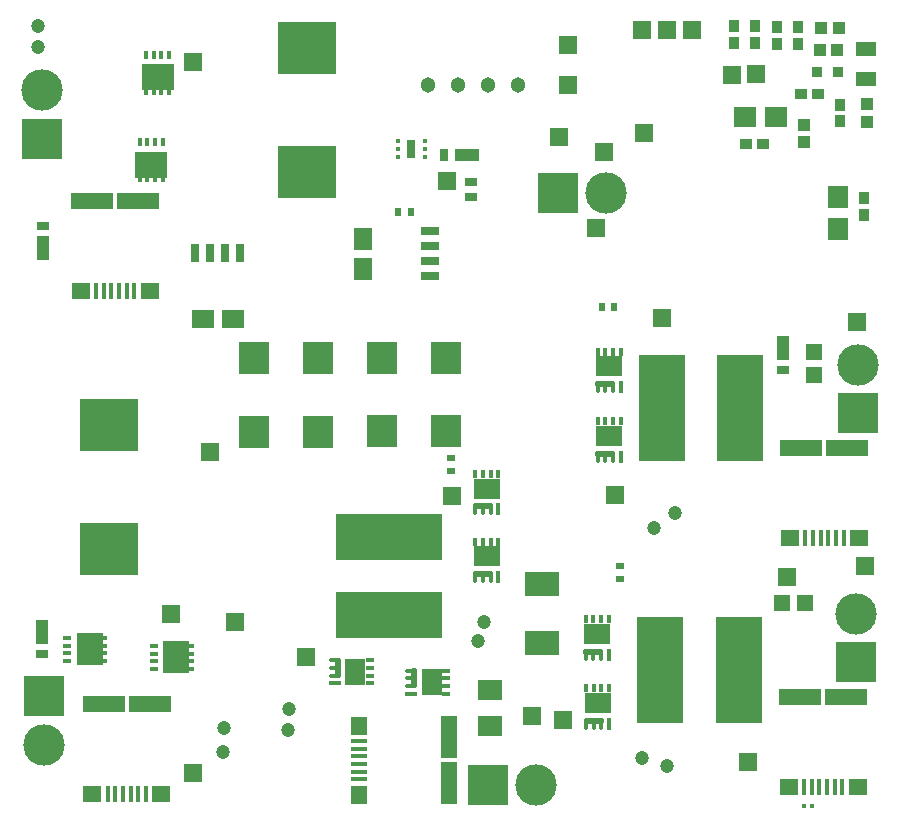
<source format=gbr>
%TF.GenerationSoftware,Altium Limited,Altium Designer,19.1.7 (138)*%
G04 Layer_Color=255*
%FSLAX45Y45*%
%MOMM*%
%TF.FileFunction,Pads,Top*%
%TF.Part,Single*%
G01*
G75*
%TA.AperFunction,SMDPad,CuDef*%
%ADD13R,0.45000X0.45000*%
%ADD14R,0.69000X1.60000*%
%ADD15R,0.45000X0.40000*%
%ADD16R,4.00000X9.00000*%
%TA.AperFunction,ConnectorPad*%
%ADD17R,1.10000X2.00000*%
%ADD18R,1.10000X0.80000*%
%TA.AperFunction,SMDPad,CuDef*%
%ADD19R,1.10000X0.80000*%
%ADD20R,1.10000X2.00000*%
%ADD21R,2.00000X1.10000*%
%ADD22R,0.80000X1.10000*%
%ADD23R,0.34000X0.80000*%
%ADD24R,2.29000X1.71000*%
G04:AMPARAMS|DCode=25|XSize=0.34mm|YSize=1mm|CornerRadius=0mm|HoleSize=0mm|Usage=FLASHONLY|Rotation=0.000|XOffset=0mm|YOffset=0mm|HoleType=Round|Shape=Octagon|*
%AMOCTAGOND25*
4,1,8,-0.08500,0.50000,0.08500,0.50000,0.17000,0.41500,0.17000,-0.41500,0.08500,-0.50000,-0.08500,-0.50000,-0.17000,-0.41500,-0.17000,0.41500,-0.08500,0.50000,0.0*
%
%ADD25OCTAGOND25*%

%ADD26R,0.34000X1.00000*%
G04:AMPARAMS|DCode=27|XSize=1.64mm|YSize=0.5mm|CornerRadius=0mm|HoleSize=0mm|Usage=FLASHONLY|Rotation=0.000|XOffset=0mm|YOffset=0mm|HoleType=Round|Shape=Octagon|*
%AMOCTAGOND27*
4,1,8,0.82000,-0.12500,0.82000,0.12500,0.69500,0.25000,-0.69500,0.25000,-0.82000,0.12500,-0.82000,-0.12500,-0.69500,-0.25000,0.69500,-0.25000,0.82000,-0.12500,0.0*
%
%ADD27OCTAGOND27*%

%ADD28R,0.50000X0.70000*%
%ADD29R,0.75000X0.35000*%
%ADD30R,2.20000X2.70000*%
%ADD31R,1.65000X1.42000*%
%ADD32R,0.35000X1.42000*%
%ADD33R,3.60000X1.42000*%
%ADD34R,5.00000X4.50000*%
%ADD35R,1.92000X1.57500*%
%ADD36R,0.65000X1.57500*%
%ADD37R,0.35000X0.75000*%
%ADD38R,2.70000X2.20000*%
%TA.AperFunction,ConnectorPad*%
%ADD39R,5.00000X4.50000*%
%TA.AperFunction,SMDPad,CuDef*%
%ADD40R,1.57500X1.92000*%
%ADD41R,1.57500X0.65000*%
%TA.AperFunction,ConnectorPad*%
%ADD42R,0.95000X1.10000*%
%TA.AperFunction,SMDPad,CuDef*%
%ADD43R,1.10000X0.95000*%
%ADD44R,0.95000X1.10000*%
%ADD45R,1.10000X1.10000*%
%ADD46R,1.10000X1.00000*%
%ADD47R,1.10000X1.10000*%
%ADD48R,0.90000X0.90000*%
%TA.AperFunction,ConnectorPad*%
%ADD49R,1.80000X1.20000*%
%TA.AperFunction,SMDPad,CuDef*%
%ADD50R,1.85000X1.75000*%
%ADD51R,1.75000X1.85000*%
%ADD52R,2.55000X2.77000*%
%ADD53R,0.70000X0.50000*%
%ADD54R,9.00000X4.00000*%
G04:AMPARAMS|DCode=55|XSize=1.64mm|YSize=0.5mm|CornerRadius=0mm|HoleSize=0mm|Usage=FLASHONLY|Rotation=270.000|XOffset=0mm|YOffset=0mm|HoleType=Round|Shape=Octagon|*
%AMOCTAGOND55*
4,1,8,-0.12500,-0.82000,0.12500,-0.82000,0.25000,-0.69500,0.25000,0.69500,0.12500,0.82000,-0.12500,0.82000,-0.25000,0.69500,-0.25000,-0.69500,-0.12500,-0.82000,0.0*
%
%ADD55OCTAGOND55*%

%ADD56R,1.00000X0.34000*%
G04:AMPARAMS|DCode=57|XSize=0.34mm|YSize=1mm|CornerRadius=0mm|HoleSize=0mm|Usage=FLASHONLY|Rotation=270.000|XOffset=0mm|YOffset=0mm|HoleType=Round|Shape=Octagon|*
%AMOCTAGOND57*
4,1,8,0.50000,0.08500,0.50000,-0.08500,0.41500,-0.17000,-0.41500,-0.17000,-0.50000,-0.08500,-0.50000,0.08500,-0.41500,0.17000,0.41500,0.17000,0.50000,0.08500,0.0*
%
%ADD57OCTAGOND57*%

%ADD58R,1.71000X2.29000*%
%ADD59R,0.80000X0.34000*%
%ADD60R,1.42000X1.65000*%
%ADD61R,1.42000X0.35000*%
%ADD62R,1.42000X3.60000*%
%ADD63R,2.00000X1.80000*%
%ADD64R,3.00000X2.10000*%
%ADD65R,1.45000X1.45000*%
%ADD66R,1.45000X1.45000*%
%TA.AperFunction,ComponentPad*%
%ADD78C,1.20000*%
%ADD79R,1.55000X1.55000*%
%ADD80R,1.55000X1.55000*%
%ADD81R,3.50000X3.50000*%
%ADD82C,3.50000*%
%ADD83C,1.30300*%
%ADD84R,3.50000X3.50000*%
D13*
X6696000Y2335316D02*
D03*
X6634000D02*
D03*
D14*
X3305000Y7895000D02*
D03*
D15*
X3190000Y7960000D02*
D03*
Y7895000D02*
D03*
Y7830000D02*
D03*
X3420000Y7960000D02*
D03*
Y7895000D02*
D03*
Y7830000D02*
D03*
D16*
X6090425Y5705000D02*
D03*
X5425425D02*
D03*
X5415000Y3485000D02*
D03*
X6080000D02*
D03*
D17*
X185000Y7055000D02*
D03*
D18*
Y7245000D02*
D03*
D19*
X182500Y3615000D02*
D03*
X6450000Y6022500D02*
D03*
X3810000Y7485000D02*
D03*
Y7615000D02*
D03*
D20*
X182500Y3805000D02*
D03*
X6450000Y6212500D02*
D03*
D21*
X3775925Y7840000D02*
D03*
D22*
X3585925D02*
D03*
D23*
X4882500Y6180000D02*
D03*
X4947500D02*
D03*
X5012500D02*
D03*
X5077500D02*
D03*
X4042500Y5145000D02*
D03*
X3977500D02*
D03*
X3912500D02*
D03*
X3847500D02*
D03*
X4977500Y3912500D02*
D03*
X4912500D02*
D03*
X4847500D02*
D03*
X4782500D02*
D03*
X4980000Y3330000D02*
D03*
X4915000D02*
D03*
X4850000D02*
D03*
X4785000D02*
D03*
X4882500Y5590000D02*
D03*
X4947500D02*
D03*
X5012500D02*
D03*
X5077500D02*
D03*
X3847500Y4570000D02*
D03*
X3912500D02*
D03*
X3977500D02*
D03*
X4042500D02*
D03*
D24*
X4980000Y6054800D02*
D03*
X3945000Y5019800D02*
D03*
X4880000Y3787300D02*
D03*
X4882500Y3204800D02*
D03*
X4980000Y5464800D02*
D03*
X3945000Y4444800D02*
D03*
D25*
X4882500Y5880000D02*
D03*
X4947500D02*
D03*
X5012500D02*
D03*
X3977500Y4845000D02*
D03*
X3912500D02*
D03*
X3847500D02*
D03*
X4912500Y3612500D02*
D03*
X4847500D02*
D03*
X4782500D02*
D03*
X4915000Y3030000D02*
D03*
X4850000D02*
D03*
X4785000D02*
D03*
X4882500Y5290000D02*
D03*
X4947500D02*
D03*
X5012500D02*
D03*
X3847500Y4270000D02*
D03*
X3912500D02*
D03*
X3977500D02*
D03*
D26*
X5077500Y5880000D02*
D03*
X4042500Y4845000D02*
D03*
X4977500Y3612500D02*
D03*
X4980000Y3030000D02*
D03*
X5077500Y5290000D02*
D03*
X4042500Y4270000D02*
D03*
D27*
X4947500Y5905000D02*
D03*
X3912500Y4870000D02*
D03*
X4847500Y3637500D02*
D03*
X4850000Y3055000D02*
D03*
X4947500Y5315000D02*
D03*
X3912500Y4295000D02*
D03*
D28*
X5025000Y6560000D02*
D03*
X4920000D02*
D03*
X3196639Y7365000D02*
D03*
X3301639D02*
D03*
D29*
X1429500Y3492500D02*
D03*
Y3557500D02*
D03*
Y3622500D02*
D03*
Y3687500D02*
D03*
X1125500Y3492500D02*
D03*
Y3557500D02*
D03*
Y3622500D02*
D03*
Y3687500D02*
D03*
X694925Y3560585D02*
D03*
Y3625585D02*
D03*
Y3690585D02*
D03*
Y3755585D02*
D03*
X390925Y3560585D02*
D03*
Y3625585D02*
D03*
Y3690585D02*
D03*
Y3755585D02*
D03*
D30*
X1317500Y3590000D02*
D03*
X582925Y3658085D02*
D03*
D31*
X1190580Y2435500D02*
D03*
X605580D02*
D03*
X1090580Y6693000D02*
D03*
X505580D02*
D03*
X7085425Y2496255D02*
D03*
X6500425D02*
D03*
X7095850Y4603755D02*
D03*
X6510850D02*
D03*
D32*
X1060580Y2435500D02*
D03*
X995580D02*
D03*
X930580D02*
D03*
X865580D02*
D03*
X800580D02*
D03*
X735580D02*
D03*
X960580Y6693000D02*
D03*
X895580D02*
D03*
X830580D02*
D03*
X765580D02*
D03*
X700580D02*
D03*
X635580D02*
D03*
X6955425Y2496255D02*
D03*
X6890425D02*
D03*
X6825425D02*
D03*
X6760425D02*
D03*
X6695425D02*
D03*
X6630425D02*
D03*
X6965850Y4603755D02*
D03*
X6900851D02*
D03*
X6835850D02*
D03*
X6770851D02*
D03*
X6705850D02*
D03*
X6640851D02*
D03*
D33*
X702500Y3197500D02*
D03*
X1091120D02*
D03*
X602500Y7455000D02*
D03*
X991120D02*
D03*
X6597345Y3258255D02*
D03*
X6985965D02*
D03*
X6607770Y5365755D02*
D03*
X6996390D02*
D03*
D34*
X750000Y5555000D02*
D03*
Y4505000D02*
D03*
D35*
X1540500Y6455000D02*
D03*
X1794500D02*
D03*
D36*
X1858000Y7015000D02*
D03*
X1731000D02*
D03*
X1604000D02*
D03*
X1477000D02*
D03*
D37*
X1005000Y7648000D02*
D03*
X1070000D02*
D03*
X1135000D02*
D03*
X1200000D02*
D03*
X1005000Y7952000D02*
D03*
X1070000D02*
D03*
X1135000D02*
D03*
X1200000D02*
D03*
X1060000Y8388000D02*
D03*
X1125000D02*
D03*
X1190000D02*
D03*
X1255000D02*
D03*
X1060000Y8692000D02*
D03*
X1125000D02*
D03*
X1190000D02*
D03*
X1255000D02*
D03*
D38*
X1102500Y7760000D02*
D03*
X1157500Y8500000D02*
D03*
D39*
X2422500Y7700000D02*
D03*
Y8750000D02*
D03*
D40*
X2901000Y7133000D02*
D03*
Y6879000D02*
D03*
D41*
X3461000Y6815500D02*
D03*
Y6942500D02*
D03*
Y7069500D02*
D03*
Y7196500D02*
D03*
D42*
X6218798Y8792500D02*
D03*
Y8932500D02*
D03*
X6036298Y8792500D02*
D03*
Y8932500D02*
D03*
X6582075Y8787500D02*
D03*
Y8927500D02*
D03*
X6400437Y8787500D02*
D03*
Y8927500D02*
D03*
X7139138Y7480000D02*
D03*
Y7340000D02*
D03*
D43*
X6747500Y8357500D02*
D03*
X6607500D02*
D03*
X6280425Y7937500D02*
D03*
X6140425D02*
D03*
D44*
X6936638Y8270000D02*
D03*
Y8130000D02*
D03*
D45*
X6925000Y8918277D02*
D03*
X6775000D02*
D03*
D46*
X6907500Y8729138D02*
D03*
X6767500D02*
D03*
D47*
X7162500Y8275862D02*
D03*
Y8125862D02*
D03*
X6630788Y7951638D02*
D03*
Y8101638D02*
D03*
D48*
X6742500Y8550000D02*
D03*
X6922500D02*
D03*
D49*
X7155000Y8745000D02*
D03*
Y8485000D02*
D03*
D50*
X6130436Y8162500D02*
D03*
X6395436D02*
D03*
D51*
X6917500Y7220000D02*
D03*
Y7485000D02*
D03*
D52*
X1977500Y6124500D02*
D03*
Y5500500D02*
D03*
X2517925Y6122000D02*
D03*
Y5498000D02*
D03*
X3058351Y6127000D02*
D03*
Y5503000D02*
D03*
X3598776Y6127000D02*
D03*
Y5503000D02*
D03*
D53*
X3642500Y5170000D02*
D03*
Y5275000D02*
D03*
X5072500Y4255000D02*
D03*
Y4360000D02*
D03*
D54*
X3119575Y4610000D02*
D03*
Y3945000D02*
D03*
D55*
X2682500Y3500000D02*
D03*
X3327500Y3412500D02*
D03*
D56*
X2657500Y3370000D02*
D03*
X3302500Y3282500D02*
D03*
D57*
X2657500Y3435000D02*
D03*
Y3500000D02*
D03*
Y3565000D02*
D03*
X3302500Y3347500D02*
D03*
Y3412500D02*
D03*
Y3477500D02*
D03*
D58*
X2832300Y3467500D02*
D03*
X3477300Y3380000D02*
D03*
D59*
X2957500Y3370000D02*
D03*
Y3435000D02*
D03*
Y3500000D02*
D03*
Y3565000D02*
D03*
X3602500Y3282500D02*
D03*
Y3347500D02*
D03*
Y3412500D02*
D03*
Y3477500D02*
D03*
D60*
X2859000Y2427500D02*
D03*
Y3012500D02*
D03*
D61*
Y2557500D02*
D03*
Y2622500D02*
D03*
Y2687500D02*
D03*
Y2752500D02*
D03*
Y2817500D02*
D03*
Y2882500D02*
D03*
D62*
X3621000Y2915580D02*
D03*
Y2526960D02*
D03*
D63*
X3972925Y3007500D02*
D03*
Y3317500D02*
D03*
D64*
X4412500Y3710426D02*
D03*
Y4210426D02*
D03*
D65*
X6636638Y4050000D02*
D03*
X6441638D02*
D03*
D66*
X6715000Y6177500D02*
D03*
Y5982500D02*
D03*
D78*
X5535000Y4812500D02*
D03*
X145000Y8932500D02*
D03*
X142500Y8755000D02*
D03*
X5357500Y4685000D02*
D03*
X5262500Y2737500D02*
D03*
X5473245Y2667500D02*
D03*
X3870000Y3727500D02*
D03*
X3920000Y3893245D02*
D03*
X1720000Y2992500D02*
D03*
X2267500Y3152500D02*
D03*
X2265000Y2975000D02*
D03*
X1712500Y2792500D02*
D03*
D79*
X6020000Y8525000D02*
D03*
X2414415Y3590000D02*
D03*
X6157500Y2705000D02*
D03*
X4867500Y7224255D02*
D03*
X7145000Y4360000D02*
D03*
X7077500Y6427500D02*
D03*
X1460000Y8630000D02*
D03*
X1597500Y5325000D02*
D03*
X1270000Y3960000D02*
D03*
X1812500Y3892500D02*
D03*
X4328511Y3092500D02*
D03*
X3654415Y4960585D02*
D03*
X4940000Y7872500D02*
D03*
X5032500Y4962500D02*
D03*
X6487500Y4270000D02*
D03*
D80*
X4631510Y8440000D02*
D03*
Y8772500D02*
D03*
X3610000Y7620000D02*
D03*
X4591915Y3060000D02*
D03*
X5432500Y6460000D02*
D03*
X4552500Y8000000D02*
D03*
X5272500Y8027500D02*
D03*
X5260000Y8900000D02*
D03*
X5470000D02*
D03*
X5680000D02*
D03*
X6225000Y8527500D02*
D03*
X1455000Y2607500D02*
D03*
D81*
X200000Y3260000D02*
D03*
X180000Y7980000D02*
D03*
X7070000Y3550000D02*
D03*
X7087500Y5657500D02*
D03*
D82*
X200000Y2850000D02*
D03*
X180000Y8390000D02*
D03*
X4957500Y7522500D02*
D03*
X4365000Y2510000D02*
D03*
X7070000Y3960000D02*
D03*
X7087500Y6067500D02*
D03*
D83*
X3448425Y8440000D02*
D03*
X3702425D02*
D03*
X3956425D02*
D03*
X4210425D02*
D03*
D84*
X4547500Y7522500D02*
D03*
X3955000Y2510000D02*
D03*
%TF.MD5,7cfa0ac471349521573c660f0adac8c3*%
M02*

</source>
